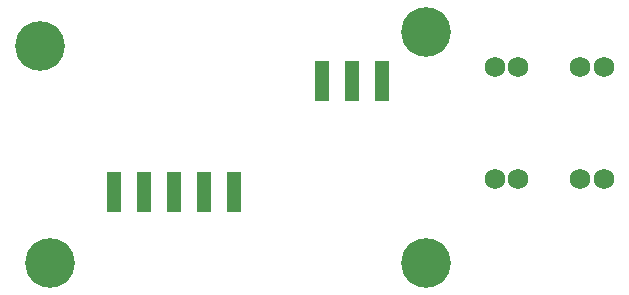
<source format=gbs>
G04 Layer_Color=16711935*
%FSLAX25Y25*%
%MOIN*%
G70*
G01*
G75*
%ADD60C,0.06800*%
%ADD61C,0.16548*%
%ADD62R,0.04816X0.13280*%
D60*
X156299Y27953D02*
D03*
X148425D02*
D03*
X184843D02*
D03*
X176969D02*
D03*
X184843Y65354D02*
D03*
X176969D02*
D03*
X156299D02*
D03*
X148425D02*
D03*
D61*
X-3248Y72244D02*
D03*
X0Y0D02*
D03*
X125394D02*
D03*
Y77165D02*
D03*
D62*
X90886Y60728D02*
D03*
X100886D02*
D03*
X110886D02*
D03*
X21634Y23720D02*
D03*
X31634D02*
D03*
X41634D02*
D03*
X61634D02*
D03*
X51634D02*
D03*
M02*

</source>
